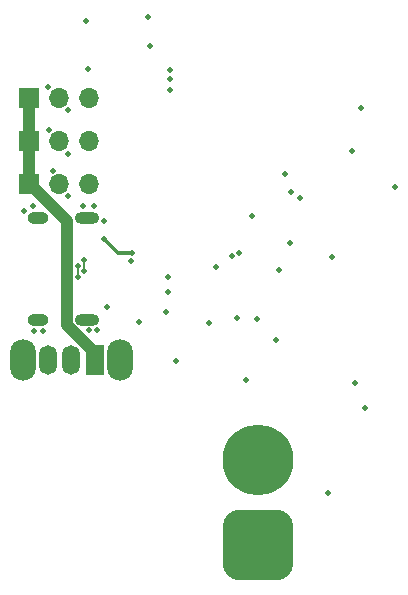
<source format=gbr>
%TF.GenerationSoftware,KiCad,Pcbnew,8.0.5*%
%TF.CreationDate,2024-10-08T22:01:25+02:00*%
%TF.ProjectId,ESP32_Controller,45535033-325f-4436-9f6e-74726f6c6c65,rev?*%
%TF.SameCoordinates,Original*%
%TF.FileFunction,Copper,L4,Bot*%
%TF.FilePolarity,Positive*%
%FSLAX46Y46*%
G04 Gerber Fmt 4.6, Leading zero omitted, Abs format (unit mm)*
G04 Created by KiCad (PCBNEW 8.0.5) date 2024-10-08 22:01:25*
%MOMM*%
%LPD*%
G01*
G04 APERTURE LIST*
G04 Aperture macros list*
%AMRoundRect*
0 Rectangle with rounded corners*
0 $1 Rounding radius*
0 $2 $3 $4 $5 $6 $7 $8 $9 X,Y pos of 4 corners*
0 Add a 4 corners polygon primitive as box body*
4,1,4,$2,$3,$4,$5,$6,$7,$8,$9,$2,$3,0*
0 Add four circle primitives for the rounded corners*
1,1,$1+$1,$2,$3*
1,1,$1+$1,$4,$5*
1,1,$1+$1,$6,$7*
1,1,$1+$1,$8,$9*
0 Add four rect primitives between the rounded corners*
20,1,$1+$1,$2,$3,$4,$5,0*
20,1,$1+$1,$4,$5,$6,$7,0*
20,1,$1+$1,$6,$7,$8,$9,0*
20,1,$1+$1,$8,$9,$2,$3,0*%
G04 Aperture macros list end*
%TA.AperFunction,ComponentPad*%
%ADD10O,2.200000X3.500000*%
%TD*%
%TA.AperFunction,ComponentPad*%
%ADD11R,1.500000X2.500000*%
%TD*%
%TA.AperFunction,ComponentPad*%
%ADD12O,1.500000X2.500000*%
%TD*%
%TA.AperFunction,ComponentPad*%
%ADD13R,1.700000X1.700000*%
%TD*%
%TA.AperFunction,ComponentPad*%
%ADD14O,1.700000X1.700000*%
%TD*%
%TA.AperFunction,ComponentPad*%
%ADD15C,6.000000*%
%TD*%
%TA.AperFunction,ComponentPad*%
%ADD16RoundRect,1.500000X1.500000X-1.500000X1.500000X1.500000X-1.500000X1.500000X-1.500000X-1.500000X0*%
%TD*%
%TA.AperFunction,ComponentPad*%
%ADD17O,2.100000X1.000000*%
%TD*%
%TA.AperFunction,ComponentPad*%
%ADD18O,1.800000X1.000000*%
%TD*%
%TA.AperFunction,ViaPad*%
%ADD19C,0.500000*%
%TD*%
%TA.AperFunction,Conductor*%
%ADD20C,0.152400*%
%TD*%
%TA.AperFunction,Conductor*%
%ADD21C,0.304800*%
%TD*%
%TA.AperFunction,Conductor*%
%ADD22C,1.016000*%
%TD*%
%TA.AperFunction,Conductor*%
%ADD23C,0.145819*%
%TD*%
G04 APERTURE END LIST*
D10*
%TO.P,SW1,*%
%TO.N,*%
X85800000Y-95822500D03*
X77600000Y-95822500D03*
D11*
%TO.P,SW1,1,B*%
%TO.N,+5V*%
X83700000Y-95822500D03*
D12*
%TO.P,SW1,2,C*%
%TO.N,/5VUSB*%
X81700000Y-95822500D03*
%TO.P,SW1,3,A*%
%TO.N,/5VBAT*%
X79700000Y-95822500D03*
%TD*%
D13*
%TO.P,J5,1,Pin_1*%
%TO.N,+5V*%
X78120000Y-80970000D03*
D14*
%TO.P,J5,2,Pin_2*%
%TO.N,GND*%
X80660000Y-80970000D03*
%TO.P,J5,3,Pin_3*%
%TO.N,/GPIO3*%
X83199999Y-80970000D03*
%TD*%
D13*
%TO.P,J4,1,Pin_1*%
%TO.N,+5V*%
X78119999Y-77330001D03*
D14*
%TO.P,J4,2,Pin_2*%
%TO.N,GND*%
X80659999Y-77330001D03*
%TO.P,J4,3,Pin_3*%
%TO.N,/GPIO2*%
X83199998Y-77330001D03*
%TD*%
%TO.P,J3,3,Pin_3*%
%TO.N,/GPIO1*%
X83190000Y-73690000D03*
%TO.P,J3,2,Pin_2*%
%TO.N,GND*%
X80650001Y-73690000D03*
D13*
%TO.P,J3,1,Pin_1*%
%TO.N,+5V*%
X78110001Y-73690000D03*
%TD*%
D15*
%TO.P,J2,2,Pin_2*%
%TO.N,Net-(J2-Pin_2)*%
X97530000Y-104340000D03*
D16*
%TO.P,J2,1,Pin_1*%
%TO.N,GND*%
X97530000Y-111540000D03*
%TD*%
D17*
%TO.P,J1,S1,SHIELD*%
%TO.N,GND*%
X83080000Y-83780000D03*
D18*
X78900000Y-83780000D03*
D17*
X83080000Y-92420000D03*
D18*
X78900000Y-92420000D03*
%TD*%
D19*
%TO.N,+3V3*%
X88400000Y-69280000D03*
X103470000Y-107120000D03*
X106210000Y-74490000D03*
X97030000Y-83690000D03*
%TO.N,GND*%
X86750000Y-87490000D03*
%TO.N,+3V3*%
X89920000Y-88820000D03*
X89730000Y-91770000D03*
X95770000Y-92280000D03*
%TO.N,GND*%
X81460000Y-74700000D03*
X79710000Y-72710000D03*
X79840000Y-76330000D03*
X81420000Y-78410000D03*
X81470000Y-81960000D03*
X80170000Y-79820000D03*
X83645361Y-82847300D03*
X82730000Y-82800000D03*
X78470000Y-82780000D03*
X77680000Y-83240000D03*
X78590000Y-93390000D03*
X79340000Y-93420000D03*
X83220000Y-93340000D03*
X83890000Y-93310000D03*
X84520000Y-84110000D03*
X84770000Y-91350000D03*
X87450000Y-92650000D03*
X89900000Y-90060000D03*
X93990000Y-87970000D03*
X99280000Y-88210000D03*
X97440000Y-92390000D03*
X88180000Y-66790000D03*
X82990000Y-67160000D03*
X83090000Y-71200000D03*
X90570000Y-95890000D03*
X93340000Y-92710000D03*
X99070000Y-94150000D03*
X96520000Y-97530000D03*
X106540000Y-99890000D03*
X105700000Y-97810000D03*
X100200000Y-85930000D03*
X105520000Y-78120000D03*
X109150000Y-81190000D03*
%TO.N,/GPIO3*%
X90050000Y-72950000D03*
%TO.N,/GPIO2*%
X90080000Y-72030000D03*
%TO.N,/GPIO1*%
X90060000Y-71290000D03*
%TO.N,/5VUSB*%
X86860000Y-86820000D03*
X84440000Y-85570000D03*
%TO.N,/I2C_SCL*%
X95950000Y-86760000D03*
X101100000Y-82110000D03*
%TO.N,/I2C_SDA*%
X100320000Y-81590000D03*
X95290000Y-87000000D03*
%TO.N,/GPIO47*%
X99780000Y-80060000D03*
X103810000Y-87150000D03*
%TO.N,/USB_N*%
X82830000Y-88350000D03*
X82830000Y-87365000D03*
%TO.N,/USB_P*%
X82280000Y-88840000D03*
X82280000Y-87865000D03*
%TD*%
D20*
%TO.N,/GPIO3*%
X90050000Y-72950000D02*
X89920000Y-72950000D01*
%TO.N,/GPIO2*%
X90010000Y-72100000D02*
X90080000Y-72030000D01*
%TO.N,/GPIO1*%
X83290000Y-73590000D02*
X83190000Y-73690000D01*
X90060000Y-71290000D02*
X89970000Y-71380000D01*
D21*
%TO.N,/5VUSB*%
X84440000Y-85570000D02*
X85690000Y-86820000D01*
X85690000Y-86820000D02*
X86860000Y-86820000D01*
D22*
%TO.N,+5V*%
X78119999Y-73699998D02*
X78110001Y-73690000D01*
X78119999Y-77330001D02*
X78119999Y-73699998D01*
X78120000Y-77330002D02*
X78119999Y-77330001D01*
X78120000Y-80970000D02*
X78120000Y-77330002D01*
X81330000Y-92870000D02*
X81330000Y-84050000D01*
X78250000Y-80970000D02*
X78120000Y-80970000D01*
X83700000Y-95240000D02*
X81330000Y-92870000D01*
X81330000Y-84050000D02*
X78250000Y-80970000D01*
X83700000Y-95822500D02*
X83700000Y-95240000D01*
D23*
%TO.N,/USB_N*%
X82830000Y-87365000D02*
X82830000Y-88350000D01*
%TO.N,/USB_P*%
X82280000Y-88840000D02*
X82280000Y-87865000D01*
%TD*%
M02*

</source>
